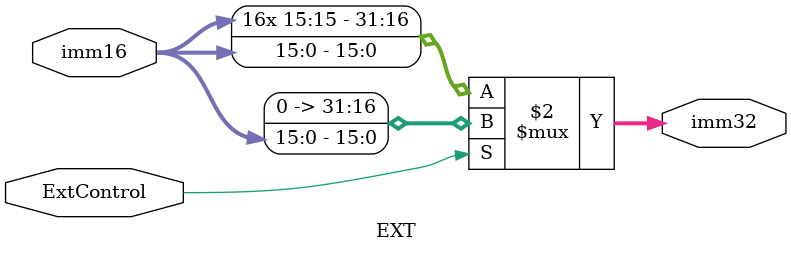
<source format=v>
`timescale 1ns / 1ps
module EXT(
    input [15:0] imm16,
    input ExtControl,
    output [31:0] imm32
    );

    // ExtControl为0时,作符号扩展,为1时,作零扩展
    assign imm32 = (ExtControl == 1'b0) ? {{16{imm16[15]}}, imm16} :
                                          {{16{1'b0}}, imm16};
endmodule

</source>
